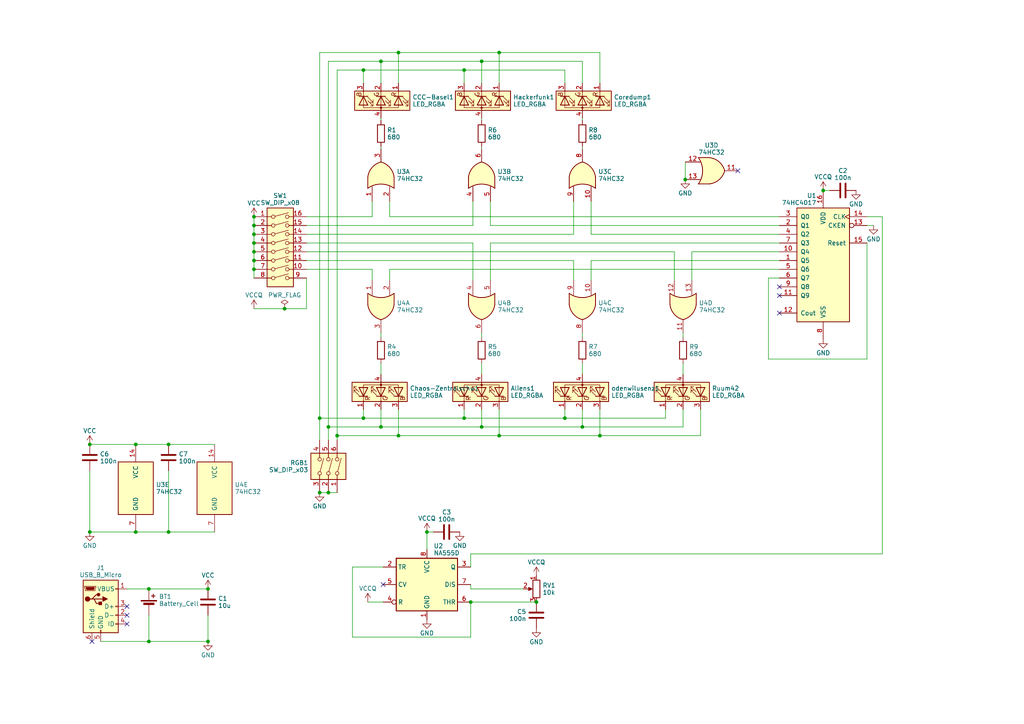
<source format=kicad_sch>
(kicad_sch (version 20230121) (generator eeschema)
  (paper "A4")
  (lib_symbols
    (symbol "4xxx:4017" (pin_names (offset 1.016))
      (property "Reference" "U" (at -7.62 16.51 0))
      (property "Value" "4017" (at -7.62 -19.05 0))
      (symbol "4017_1_0"
        (pin output line (at 12.7 0 180) (length 5.08) (name "Q5") (number "1"))
        (pin output line (at 12.7 2.54 180) (length 5.08) (name "Q4") (number "10"))
        (pin output line (at 12.7 -10.16 180) (length 5.08) (name "Q9") (number "11"))
        (pin output line (at 12.7 -15.24 180) (length 5.08) (name "Cout") (number "12"))
        (pin input inverted (at -12.7 10.16 0) (length 5.08) (name "CKEN") (number "13"))
        (pin input clock (at -12.7 12.7 0) (length 5.08) (name "CLK") (number "14"))
        (pin input line (at -12.7 5.08 0) (length 5.08) (name "Reset") (number "15"))
        (pin power_in line (at 0 20.32 270) (length 5.08) (name "VDD") (number "16"))
        (pin output line (at 12.7 10.16 180) (length 5.08) (name "Q1") (number "2"))
        (pin output line (at 12.7 12.7 180) (length 5.08) (name "Q0") (number "3"))
        (pin output line (at 12.7 7.62 180) (length 5.08) (name "Q2") (number "4"))
        (pin output line (at 12.7 -2.54 180) (length 5.08) (name "Q6") (number "5"))
        (pin output line (at 12.7 -5.08 180) (length 5.08) (name "Q7") (number "6"))
        (pin output line (at 12.7 5.08 180) (length 5.08) (name "Q3") (number "7"))
        (pin power_in line (at 0 -22.86 90) (length 5.08) (name "VSS") (number "8"))
        (pin output line (at 12.7 -7.62 180) (length 5.08) (name "Q8") (number "9"))
      )
      (symbol "4017_1_1"
        (rectangle (start -7.62 15.24) (end 7.62 -17.78) (stroke (width 0.254)) (fill (type background)))
      )
    )
    (symbol "74xx:74LS32" (pin_names (offset 1.016))
      (property "Reference" "U" (at 0 1.27 0))
      (property "Value" "74LS32" (at 0 -1.27 0))
      (symbol "74LS32_1_1"
        (arc (start -3.81 -3.81) (mid -2.589 0) (end -3.81 3.81) (stroke (width 0.254)))
        (arc (start -0.6096 -3.81) (mid 2.1842 -2.5851) (end 3.81 0) (stroke (width 0.254)) (fill (type background)))
        (polyline (pts (xy -3.81 -3.81) (xy -0.635 -3.81)) (stroke (width 0.254)) (fill (type background)))
        (polyline (pts (xy -3.81 3.81) (xy -0.635 3.81)) (stroke (width 0.254)) (fill (type background)))
        (polyline (pts (xy -0.635 3.81) (xy -3.81 3.81) (xy -3.81 3.81) (xy -3.556 3.4036) (xy -3.0226 2.2606) (xy -2.6924 1.0414) (xy -2.6162 -0.254) (xy -2.7686 -1.4986) (xy -3.175 -2.7178) (xy -3.81 -3.81) (xy -3.81 -3.81) (xy -0.635 -3.81)) (stroke (width -25.4)) (fill (type background)))
        (arc (start 3.81 0) (mid 2.1915 2.5936) (end -0.6096 3.81) (stroke (width 0.254)) (fill (type background)))
        (pin input line (at -7.62 2.54 0) (length 4.318) (name "~") (number "1"))
        (pin input line (at -7.62 -2.54 0) (length 4.318) (name "~") (number "2"))
        (pin output line (at 7.62 0 180) (length 3.81) (name "~") (number "3"))
      )
      (symbol "74LS32_1_2"
        (arc (start 0 -3.81) (mid 3.7934 0) (end 0 3.81) (stroke (width 0.254)) (fill (type background)))
        (polyline (pts (xy 0 3.81) (xy -3.81 3.81) (xy -3.81 -3.81) (xy 0 -3.81)) (stroke (width 0.254)) (fill (type background)))
        (pin input inverted (at -7.62 2.54 0) (length 3.81) (name "~") (number "1"))
        (pin input inverted (at -7.62 -2.54 0) (length 3.81) (name "~") (number "2"))
        (pin output inverted (at 7.62 0 180) (length 3.81) (name "~") (number "3"))
      )
      (symbol "74LS32_2_1"
        (arc (start -3.81 -3.81) (mid -2.589 0) (end -3.81 3.81) (stroke (width 0.254)))
        (arc (start -0.6096 -3.81) (mid 2.1842 -2.5851) (end 3.81 0) (stroke (width 0.254)) (fill (type background)))
        (polyline (pts (xy -3.81 -3.81) (xy -0.635 -3.81)) (stroke (width 0.254)) (fill (type background)))
        (polyline (pts (xy -3.81 3.81) (xy -0.635 3.81)) (stroke (width 0.254)) (fill (type background)))
        (polyline (pts (xy -0.635 3.81) (xy -3.81 3.81) (xy -3.81 3.81) (xy -3.556 3.4036) (xy -3.0226 2.2606) (xy -2.6924 1.0414) (xy -2.6162 -0.254) (xy -2.7686 -1.4986) (xy -3.175 -2.7178) (xy -3.81 -3.81) (xy -3.81 -3.81) (xy -0.635 -3.81)) (stroke (width -25.4)) (fill (type background)))
        (arc (start 3.81 0) (mid 2.1915 2.5936) (end -0.6096 3.81) (stroke (width 0.254)) (fill (type background)))
        (pin input line (at -7.62 2.54 0) (length 4.318) (name "~") (number "4"))
        (pin input line (at -7.62 -2.54 0) (length 4.318) (name "~") (number "5"))
        (pin output line (at 7.62 0 180) (length 3.81) (name "~") (number "6"))
      )
      (symbol "74LS32_2_2"
        (arc (start 0 -3.81) (mid 3.7934 0) (end 0 3.81) (stroke (width 0.254)) (fill (type background)))
        (polyline (pts (xy 0 3.81) (xy -3.81 3.81) (xy -3.81 -3.81) (xy 0 -3.81)) (stroke (width 0.254)) (fill (type background)))
        (pin input inverted (at -7.62 2.54 0) (length 3.81) (name "~") (number "4"))
        (pin input inverted (at -7.62 -2.54 0) (length 3.81) (name "~") (number "5"))
        (pin output inverted (at 7.62 0 180) (length 3.81) (name "~") (number "6"))
      )
      (symbol "74LS32_3_1"
        (arc (start -3.81 -3.81) (mid -2.589 0) (end -3.81 3.81) (stroke (width 0.254)))
        (arc (start -0.6096 -3.81) (mid 2.1842 -2.5851) (end 3.81 0) (stroke (width 0.254)) (fill (type background)))
        (polyline (pts (xy -3.81 -3.81) (xy -0.635 -3.81)) (stroke (width 0.254)) (fill (type background)))
        (polyline (pts (xy -3.81 3.81) (xy -0.635 3.81)) (stroke (width 0.254)) (fill (type background)))
        (polyline (pts (xy -0.635 3.81) (xy -3.81 3.81) (xy -3.81 3.81) (xy -3.556 3.4036) (xy -3.0226 2.2606) (xy -2.6924 1.0414) (xy -2.6162 -0.254) (xy -2.7686 -1.4986) (xy -3.175 -2.7178) (xy -3.81 -3.81) (xy -3.81 -3.81) (xy -0.635 -3.81)) (stroke (width -25.4)) (fill (type background)))
        (arc (start 3.81 0) (mid 2.1915 2.5936) (end -0.6096 3.81) (stroke (width 0.254)) (fill (type background)))
        (pin input line (at -7.62 -2.54 0) (length 4.318) (name "~") (number "10"))
        (pin output line (at 7.62 0 180) (length 3.81) (name "~") (number "8"))
        (pin input line (at -7.62 2.54 0) (length 4.318) (name "~") (number "9"))
      )
      (symbol "74LS32_3_2"
        (arc (start 0 -3.81) (mid 3.7934 0) (end 0 3.81) (stroke (width 0.254)) (fill (type background)))
        (polyline (pts (xy 0 3.81) (xy -3.81 3.81) (xy -3.81 -3.81) (xy 0 -3.81)) (stroke (width 0.254)) (fill (type background)))
        (pin input inverted (at -7.62 -2.54 0) (length 3.81) (name "~") (number "10"))
        (pin output inverted (at 7.62 0 180) (length 3.81) (name "~") (number "8"))
        (pin input inverted (at -7.62 2.54 0) (length 3.81) (name "~") (number "9"))
      )
      (symbol "74LS32_4_1"
        (arc (start -3.81 -3.81) (mid -2.589 0) (end -3.81 3.81) (stroke (width 0.254)))
        (arc (start -0.6096 -3.81) (mid 2.1842 -2.5851) (end 3.81 0) (stroke (width 0.254)) (fill (type background)))
        (polyline (pts (xy -3.81 -3.81) (xy -0.635 -3.81)) (stroke (width 0.254)) (fill (type background)))
        (polyline (pts (xy -3.81 3.81) (xy -0.635 3.81)) (stroke (width 0.254)) (fill (type background)))
        (polyline (pts (xy -0.635 3.81) (xy -3.81 3.81) (xy -3.81 3.81) (xy -3.556 3.4036) (xy -3.0226 2.2606) (xy -2.6924 1.0414) (xy -2.6162 -0.254) (xy -2.7686 -1.4986) (xy -3.175 -2.7178) (xy -3.81 -3.81) (xy -3.81 -3.81) (xy -0.635 -3.81)) (stroke (width -25.4)) (fill (type background)))
        (arc (start 3.81 0) (mid 2.1915 2.5936) (end -0.6096 3.81) (stroke (width 0.254)) (fill (type background)))
        (pin output line (at 7.62 0 180) (length 3.81) (name "~") (number "11"))
        (pin input line (at -7.62 2.54 0) (length 4.318) (name "~") (number "12"))
        (pin input line (at -7.62 -2.54 0) (length 4.318) (name "~") (number "13"))
      )
      (symbol "74LS32_4_2"
        (arc (start 0 -3.81) (mid 3.7934 0) (end 0 3.81) (stroke (width 0.254)) (fill (type background)))
        (polyline (pts (xy 0 3.81) (xy -3.81 3.81) (xy -3.81 -3.81) (xy 0 -3.81)) (stroke (width 0.254)) (fill (type background)))
        (pin output inverted (at 7.62 0 180) (length 3.81) (name "~") (number "11"))
        (pin input inverted (at -7.62 2.54 0) (length 3.81) (name "~") (number "12"))
        (pin input inverted (at -7.62 -2.54 0) (length 3.81) (name "~") (number "13"))
      )
      (symbol "74LS32_5_0"
        (pin power_in line (at 0 12.7 270) (length 5.08) (name "VCC") (number "14"))
        (pin power_in line (at 0 -12.7 90) (length 5.08) (name "GND") (number "7"))
      )
      (symbol "74LS32_5_1"
        (rectangle (start -5.08 7.62) (end 5.08 -7.62) (stroke (width 0.254)) (fill (type background)))
      )
    )
    (symbol "Connector:USB_B_Micro" (pin_names (offset 1.016))
      (property "Reference" "J" (at -5.08 11.43 0))
      (property "Value" "USB_B_Micro" (at -5.08 8.89 0))
      (symbol "USB_B_Micro_0_1"
        (rectangle (start -5.08 -7.62) (end 5.08 7.62) (stroke (width 0.254)) (fill (type background)))
        (circle (center -3.81 2.159) (radius 0.635) (stroke (width 0.254)) (fill (type outline)))
        (circle (center -0.635 3.429) (radius 0.381) (stroke (width 0.254)) (fill (type outline)))
        (rectangle (start -0.127 -7.62) (end 0.127 -6.858))
        (polyline (pts (xy -1.905 2.159) (xy 0.635 2.159)) (stroke (width 0.254)))
        (polyline (pts (xy -3.175 2.159) (xy -2.54 2.159) (xy -1.27 3.429) (xy -0.635 3.429)) (stroke (width 0.254)))
        (polyline (pts (xy -2.54 2.159) (xy -1.905 2.159) (xy -1.27 0.889) (xy 0 0.889)) (stroke (width 0.254)))
        (polyline (pts (xy 0.635 2.794) (xy 0.635 1.524) (xy 1.905 2.159) (xy 0.635 2.794)) (stroke (width 0.254)) (fill (type outline)))
        (polyline (pts (xy -4.318 5.588) (xy -1.778 5.588) (xy -2.032 4.826) (xy -4.064 4.826) (xy -4.318 5.588)) (fill (type outline)))
        (polyline (pts (xy -4.699 5.842) (xy -4.699 5.588) (xy -4.445 4.826) (xy -4.445 4.572) (xy -1.651 4.572) (xy -1.651 4.826) (xy -1.397 5.588) (xy -1.397 5.842) (xy -4.699 5.842)))
        (rectangle (start 0.254 1.27) (end -0.508 0.508) (stroke (width 0.254)) (fill (type outline)))
        (rectangle (start 5.08 -5.207) (end 4.318 -4.953))
        (rectangle (start 5.08 -2.667) (end 4.318 -2.413))
        (rectangle (start 5.08 -0.127) (end 4.318 0.127))
        (rectangle (start 5.08 4.953) (end 4.318 5.207))
      )
      (symbol "USB_B_Micro_1_1"
        (pin power_out line (at 7.62 5.08 180) (length 2.54) (name "VBUS") (number "1"))
        (pin bidirectional line (at 7.62 -2.54 180) (length 2.54) (name "D-") (number "2"))
        (pin bidirectional line (at 7.62 0 180) (length 2.54) (name "D+") (number "3"))
        (pin passive line (at 7.62 -5.08 180) (length 2.54) (name "ID") (number "4"))
        (pin power_out line (at 0 -10.16 90) (length 2.54) (name "GND") (number "5"))
        (pin passive line (at -2.54 -10.16 90) (length 2.54) (name "Shield") (number "6"))
      )
    )
    (symbol "Device:Battery_Cell" (pin_numbers hide) (pin_names (offset 0) hide)
      (property "Reference" "BT" (at 2.54 2.54 0))
      (property "Value" "Battery_Cell" (at 2.54 0 0))
      (symbol "Battery_Cell_0_1"
        (rectangle (start -2.286 1.778) (end 2.286 1.524) (fill (type outline)))
        (rectangle (start -1.524 1.016) (end 1.524 0.508) (fill (type outline)))
        (polyline (pts (xy 0 0.762) (xy 0 0)))
        (polyline (pts (xy 0 1.778) (xy 0 2.54)))
        (polyline (pts (xy 0.762 3.048) (xy 1.778 3.048)) (stroke (width 0.254)))
        (polyline (pts (xy 1.27 3.556) (xy 1.27 2.54)) (stroke (width 0.254)))
      )
      (symbol "Battery_Cell_1_1"
        (pin passive line (at 0 5.08 270) (length 2.54) (name "+") (number "1"))
        (pin passive line (at 0 -2.54 90) (length 2.54) (name "-") (number "2"))
      )
    )
    (symbol "Device:C" (pin_numbers hide) (pin_names (offset 0.254))
      (property "Reference" "C" (at 0.635 2.54 0))
      (property "Value" "C" (at 0.635 -2.54 0))
      (symbol "C_0_1"
        (polyline (pts (xy -2.032 -0.762) (xy 2.032 -0.762)) (stroke (width 0.508)))
        (polyline (pts (xy -2.032 0.762) (xy 2.032 0.762)) (stroke (width 0.508)))
      )
      (symbol "C_1_1"
        (pin passive line (at 0 3.81 270) (length 2.794) (name "~") (number "1"))
        (pin passive line (at 0 -3.81 90) (length 2.794) (name "~") (number "2"))
      )
    )
    (symbol "Device:LED_RGBA" (pin_names (offset 0) hide)
      (property "Reference" "D" (at 0 9.398 0))
      (property "Value" "LED_RGBA" (at 0 -8.89 0))
      (symbol "LED_RGBA_0_0"
        (text "B" (at -1.905 -6.35 0) (effects (font (size 1.27 1.27))))
        (text "G" (at -1.905 -1.27 0) (effects (font (size 1.27 1.27))))
        (text "R" (at -1.905 3.81 0) (effects (font (size 1.27 1.27))))
      )
      (symbol "LED_RGBA_0_1"
        (polyline (pts (xy -1.27 -5.08) (xy -2.54 -5.08)))
        (polyline (pts (xy -1.27 -5.08) (xy 1.27 -5.08)))
        (polyline (pts (xy -1.27 -3.81) (xy -1.27 -6.35)) (stroke (width 0.254)))
        (polyline (pts (xy -1.27 0) (xy -2.54 0)))
        (polyline (pts (xy -1.27 1.27) (xy -1.27 -1.27)) (stroke (width 0.254)))
        (polyline (pts (xy -1.27 5.08) (xy -2.54 5.08)))
        (polyline (pts (xy -1.27 5.08) (xy 1.27 5.08)))
        (polyline (pts (xy -1.27 6.35) (xy -1.27 3.81)) (stroke (width 0.254)))
        (polyline (pts (xy 1.27 0) (xy -1.27 0)))
        (polyline (pts (xy 1.27 0) (xy 2.54 0)))
        (polyline (pts (xy -1.27 1.27) (xy -1.27 -1.27) (xy -1.27 -1.27)))
        (polyline (pts (xy -1.27 6.35) (xy -1.27 3.81) (xy -1.27 3.81)))
        (polyline (pts (xy 1.27 -5.08) (xy 2.032 -5.08) (xy 2.032 5.08) (xy 1.27 5.08)))
        (polyline (pts (xy 1.27 -3.81) (xy 1.27 -6.35) (xy -1.27 -5.08) (xy 1.27 -3.81)) (stroke (width 0.254)))
        (polyline (pts (xy 1.27 1.27) (xy 1.27 -1.27) (xy -1.27 0) (xy 1.27 1.27)) (stroke (width 0.254)))
        (polyline (pts (xy 1.27 6.35) (xy 1.27 3.81) (xy -1.27 5.08) (xy 1.27 6.35)) (stroke (width 0.254)))
        (polyline (pts (xy -1.016 -3.81) (xy 0.508 -2.286) (xy -0.254 -2.286) (xy 0.508 -2.286) (xy 0.508 -3.048)))
        (polyline (pts (xy -1.016 1.27) (xy 0.508 2.794) (xy -0.254 2.794) (xy 0.508 2.794) (xy 0.508 2.032)))
        (polyline (pts (xy -1.016 6.35) (xy 0.508 7.874) (xy -0.254 7.874) (xy 0.508 7.874) (xy 0.508 7.112)))
        (polyline (pts (xy 0 -3.81) (xy 1.524 -2.286) (xy 0.762 -2.286) (xy 1.524 -2.286) (xy 1.524 -3.048)))
        (polyline (pts (xy 0 1.27) (xy 1.524 2.794) (xy 0.762 2.794) (xy 1.524 2.794) (xy 1.524 2.032)))
        (polyline (pts (xy 0 6.35) (xy 1.524 7.874) (xy 0.762 7.874) (xy 1.524 7.874) (xy 1.524 7.112)))
        (rectangle (start 1.27 -1.27) (end 1.27 1.27))
        (rectangle (start 1.27 1.27) (end 1.27 1.27))
        (rectangle (start 1.27 3.81) (end 1.27 6.35))
        (rectangle (start 1.27 6.35) (end 1.27 6.35))
        (circle (center 2.032 0) (radius 0.254) (fill (type outline)))
        (rectangle (start 2.794 8.382) (end -2.794 -7.62) (stroke (width 0.254)) (fill (type background)))
      )
      (symbol "LED_RGBA_1_1"
        (pin passive line (at -5.08 5.08 0) (length 2.54) (name "RK") (number "1"))
        (pin passive line (at -5.08 0 0) (length 2.54) (name "GK") (number "2"))
        (pin passive line (at -5.08 -5.08 0) (length 2.54) (name "BK") (number "3"))
        (pin passive line (at 5.08 0 180) (length 2.54) (name "A") (number "4"))
      )
    )
    (symbol "Device:R" (pin_numbers hide) (pin_names (offset 0))
      (property "Reference" "R" (at 2.032 0 90))
      (property "Value" "R" (at 0 0 90))
      (symbol "R_0_1"
        (rectangle (start -1.016 -2.54) (end 1.016 2.54) (stroke (width 0.254)))
      )
      (symbol "R_1_1"
        (pin passive line (at 0 3.81 270) (length 1.27) (name "~") (number "1"))
        (pin passive line (at 0 -3.81 90) (length 1.27) (name "~") (number "2"))
      )
    )
    (symbol "Device:R_Potentiometer" (pin_names (offset 1.016) hide)
      (property "Reference" "RV" (at -4.445 0 90))
      (property "Value" "R_Potentiometer" (at -2.54 0 90))
      (symbol "R_Potentiometer_0_1"
        (polyline (pts (xy 2.54 0) (xy 1.524 0)))
        (polyline (pts (xy 1.143 0) (xy 2.286 0.508) (xy 2.286 -0.508) (xy 1.143 0)) (fill (type outline)))
        (rectangle (start 1.016 2.54) (end -1.016 -2.54) (stroke (width 0.254)))
      )
      (symbol "R_Potentiometer_1_1"
        (pin passive line (at 0 3.81 270) (length 1.27) (name "1") (number "1"))
        (pin passive line (at 3.81 0 180) (length 1.27) (name "2") (number "2"))
        (pin passive line (at 0 -3.81 90) (length 1.27) (name "3") (number "3"))
      )
    )
    (symbol "Switch:SW_DIP_x03" (pin_names (offset 0) hide)
      (property "Reference" "SW" (at 0 8.89 0))
      (property "Value" "SW_DIP_x03" (at 0 -3.81 0))
      (symbol "SW_DIP_x03_0_0"
        (circle (center -2.032 0) (radius 0.508))
        (circle (center -2.032 2.54) (radius 0.508))
        (circle (center -2.032 5.08) (radius 0.508))
        (polyline (pts (xy -1.524 0.127) (xy 2.3622 1.1684)))
        (polyline (pts (xy -1.524 2.667) (xy 2.3622 3.7084)))
        (polyline (pts (xy -1.524 5.207) (xy 2.3622 6.2484)))
        (circle (center 2.032 0) (radius 0.508))
        (circle (center 2.032 2.54) (radius 0.508))
        (circle (center 2.032 5.08) (radius 0.508))
      )
      (symbol "SW_DIP_x03_0_1"
        (rectangle (start -3.81 7.62) (end 3.81 -2.54) (stroke (width 0.254)) (fill (type background)))
      )
      (symbol "SW_DIP_x03_1_1"
        (pin passive line (at -7.62 5.08 0) (length 5.08) (name "~") (number "1"))
        (pin passive line (at -7.62 2.54 0) (length 5.08) (name "~") (number "2"))
        (pin passive line (at -7.62 0 0) (length 5.08) (name "~") (number "3"))
        (pin passive line (at 7.62 0 180) (length 5.08) (name "~") (number "4"))
        (pin passive line (at 7.62 2.54 180) (length 5.08) (name "~") (number "5"))
        (pin passive line (at 7.62 5.08 180) (length 5.08) (name "~") (number "6"))
      )
    )
    (symbol "Switch:SW_DIP_x08" (pin_names (offset 0) hide)
      (property "Reference" "SW" (at 0 13.97 0))
      (property "Value" "SW_DIP_x08" (at 0 -11.43 0))
      (symbol "SW_DIP_x08_0_0"
        (circle (center -2.032 -7.62) (radius 0.508))
        (circle (center -2.032 -5.08) (radius 0.508))
        (circle (center -2.032 -2.54) (radius 0.508))
        (circle (center -2.032 0) (radius 0.508))
        (circle (center -2.032 2.54) (radius 0.508))
        (circle (center -2.032 5.08) (radius 0.508))
        (circle (center -2.032 7.62) (radius 0.508))
        (circle (center -2.032 10.16) (radius 0.508))
        (polyline (pts (xy -1.524 -7.4676) (xy 2.3622 -6.4262)))
        (polyline (pts (xy -1.524 -4.9276) (xy 2.3622 -3.8862)))
        (polyline (pts (xy -1.524 -2.3876) (xy 2.3622 -1.3462)))
        (polyline (pts (xy -1.524 0.127) (xy 2.3622 1.1684)))
        (polyline (pts (xy -1.524 2.667) (xy 2.3622 3.7084)))
        (polyline (pts (xy -1.524 5.207) (xy 2.3622 6.2484)))
        (polyline (pts (xy -1.524 7.747) (xy 2.3622 8.7884)))
        (polyline (pts (xy -1.524 10.287) (xy 2.3622 11.3284)))
        (circle (center 2.032 -7.62) (radius 0.508))
        (circle (center 2.032 -5.08) (radius 0.508))
        (circle (center 2.032 -2.54) (radius 0.508))
        (circle (center 2.032 0) (radius 0.508))
        (circle (center 2.032 2.54) (radius 0.508))
        (circle (center 2.032 5.08) (radius 0.508))
        (circle (center 2.032 7.62) (radius 0.508))
        (circle (center 2.032 10.16) (radius 0.508))
      )
      (symbol "SW_DIP_x08_0_1"
        (rectangle (start -3.81 12.7) (end 3.81 -10.16) (stroke (width 0.254)) (fill (type background)))
      )
      (symbol "SW_DIP_x08_1_1"
        (pin passive line (at -7.62 10.16 0) (length 5.08) (name "~") (number "1"))
        (pin passive line (at 7.62 -5.08 180) (length 5.08) (name "~") (number "10"))
        (pin passive line (at 7.62 -2.54 180) (length 5.08) (name "~") (number "11"))
        (pin passive line (at 7.62 0 180) (length 5.08) (name "~") (number "12"))
        (pin passive line (at 7.62 2.54 180) (length 5.08) (name "~") (number "13"))
        (pin passive line (at 7.62 5.08 180) (length 5.08) (name "~") (number "14"))
        (pin passive line (at 7.62 7.62 180) (length 5.08) (name "~") (number "15"))
        (pin passive line (at 7.62 10.16 180) (length 5.08) (name "~") (number "16"))
        (pin passive line (at -7.62 7.62 0) (length 5.08) (name "~") (number "2"))
        (pin passive line (at -7.62 5.08 0) (length 5.08) (name "~") (number "3"))
        (pin passive line (at -7.62 2.54 0) (length 5.08) (name "~") (number "4"))
        (pin passive line (at -7.62 0 0) (length 5.08) (name "~") (number "5"))
        (pin passive line (at -7.62 -2.54 0) (length 5.08) (name "~") (number "6"))
        (pin passive line (at -7.62 -5.08 0) (length 5.08) (name "~") (number "7"))
        (pin passive line (at -7.62 -7.62 0) (length 5.08) (name "~") (number "8"))
        (pin passive line (at 7.62 -7.62 180) (length 5.08) (name "~") (number "9"))
      )
    )
    (symbol "Timer:NA555D"
      (property "Reference" "U" (at -10.16 8.89 0))
      (property "Value" "NA555D" (at 2.54 8.89 0))
      (symbol "NA555D_0_0"
        (pin power_in line (at 0 -10.16 90) (length 2.54) (name "GND") (number "1"))
        (pin power_in line (at 0 10.16 270) (length 2.54) (name "VCC") (number "8"))
      )
      (symbol "NA555D_0_1"
        (rectangle (start -8.89 -7.62) (end 8.89 7.62) (stroke (width 0.254)) (fill (type background)))
        (rectangle (start -8.89 -7.62) (end 8.89 7.62) (stroke (width 0.254)) (fill (type background)))
      )
      (symbol "NA555D_1_1"
        (pin input line (at -12.7 5.08 0) (length 3.81) (name "TR") (number "2"))
        (pin output line (at 12.7 5.08 180) (length 3.81) (name "Q") (number "3"))
        (pin input inverted (at -12.7 -5.08 0) (length 3.81) (name "R") (number "4"))
        (pin input line (at -12.7 0 0) (length 3.81) (name "CV") (number "5"))
        (pin input line (at 12.7 -5.08 180) (length 3.81) (name "THR") (number "6"))
        (pin input line (at 12.7 0 180) (length 3.81) (name "DIS") (number "7"))
      )
    )
    (symbol "power:GND" (power) (pin_names (offset 0))
      (property "Value" "GND" (at 0 -3.81 0))
      (symbol "GND_0_1"
        (polyline (pts (xy 0 0) (xy 0 -1.27) (xy 1.27 -1.27) (xy 0 -2.54) (xy -1.27 -1.27) (xy 0 -1.27)))
      )
      (symbol "GND_1_1"
        (pin power_in line (at 0 0 270) (length 0) hide (name "GND") (number "1"))
      )
    )
    (symbol "power:PWR_FLAG" (power) (pin_numbers hide) (pin_names (offset 0) hide)
      (property "Value" "PWR_FLAG" (at 0 3.81 0))
      (symbol "PWR_FLAG_0_0"
        (pin power_out line (at 0 0 90) (length 0) (name "pwr") (number "1"))
      )
      (symbol "PWR_FLAG_0_1"
        (polyline (pts (xy 0 0) (xy 0 1.27) (xy -1.016 1.905) (xy 0 2.54) (xy 1.016 1.905) (xy 0 1.27)))
      )
    )
    (symbol "power:VCC" (power) (pin_names (offset 0))
      (property "Value" "VCC" (at 0 3.81 0))
      (symbol "VCC_0_1"
        (polyline (pts (xy -0.762 1.27) (xy 0 2.54)))
        (polyline (pts (xy 0 0) (xy 0 2.54)))
        (polyline (pts (xy 0 2.54) (xy 0.762 1.27)))
      )
      (symbol "VCC_1_1"
        (pin power_in line (at 0 0 90) (length 0) hide (name "VCC") (number "1"))
      )
    )
    (symbol "power:VCCQ" (power) (pin_names (offset 0))
      (property "Value" "VCCQ" (at 0 3.81 0))
      (symbol "VCCQ_0_1"
        (polyline (pts (xy -0.762 1.27) (xy 0 2.54)))
        (polyline (pts (xy 0 0) (xy 0 2.54)))
        (polyline (pts (xy 0 2.54) (xy 0.762 1.27)))
      )
      (symbol "VCCQ_1_1"
        (pin power_in line (at 0 0 90) (length 0) hide (name "VCCQ") (number "1"))
      )
    )
  )
  (junction (at 26.035 128.905))
  (junction (at 134.62 20.32))
  (junction (at 60.325 186.055))
  (junction (at 48.895 128.905))
  (junction (at 115.57 126.365))
  (junction (at 73.66 65.405))
  (junction (at 95.25 123.825))
  (junction (at 110.49 123.825))
  (junction (at 26.035 154.305))
  (junction (at 48.895 154.305))
  (junction (at 198.755 52.07))
  (junction (at 95.25 142.875))
  (junction (at 144.78 126.365))
  (junction (at 136.525 174.625))
  (junction (at 105.41 121.285))
  (junction (at 110.49 17.78))
  (junction (at 155.575 174.625))
  (junction (at 123.825 154.305))
  (junction (at 39.37 154.305))
  (junction (at 43.18 186.055))
  (junction (at 73.66 78.105))
  (junction (at 73.66 73.025))
  (junction (at 134.62 121.285))
  (junction (at 73.66 67.945))
  (junction (at 115.57 15.24))
  (junction (at 139.7 123.825))
  (junction (at 173.99 126.365))
  (junction (at 82.55 89.535))
  (junction (at 60.325 170.815))
  (junction (at 139.7 17.78))
  (junction (at 97.79 126.365))
  (junction (at 73.66 75.565))
  (junction (at 43.18 170.815))
  (junction (at 163.83 121.285))
  (junction (at 238.76 55.245))
  (junction (at 144.78 15.24))
  (junction (at 168.91 123.825))
  (junction (at 73.66 70.485))
  (junction (at 73.66 62.865))
  (junction (at 92.71 142.875))
  (junction (at 92.71 121.285))
  (junction (at 39.37 128.905))
  (junction (at 105.41 20.32))
  (no_connect (at 36.83 178.435))
  (no_connect (at 36.83 180.975))
  (no_connect (at 226.06 83.185))
  (no_connect (at 226.06 90.805))
  (no_connect (at 26.67 186.055))
  (no_connect (at 226.06 85.725))
  (no_connect (at 213.995 49.53))
  (no_connect (at 111.125 169.545))
  (no_connect (at 36.83 175.895))
  (wire (pts (xy 168.91 24.13) (xy 168.91 17.78)))
  (wire (pts (xy 255.905 160.655) (xy 136.525 160.655)))
  (wire (pts (xy 137.16 70.485) (xy 137.16 81.28)))
  (wire (pts (xy 168.91 17.78) (xy 139.7 17.78)))
  (wire (pts (xy 106.68 174.625) (xy 111.125 174.625)))
  (wire (pts (xy 198.12 97.79) (xy 198.12 96.52)))
  (wire (pts (xy 73.66 67.945) (xy 73.66 70.485)))
  (wire (pts (xy 110.49 108.585) (xy 110.49 105.41)))
  (wire (pts (xy 43.18 178.435) (xy 43.18 186.055)))
  (wire (pts (xy 92.71 121.285) (xy 92.71 127.635)))
  (wire (pts (xy 168.91 42.545) (xy 168.91 43.18)))
  (wire (pts (xy 43.18 186.055) (xy 60.325 186.055)))
  (wire (pts (xy 92.71 15.24) (xy 92.71 121.285)))
  (wire (pts (xy 193.04 121.285) (xy 163.83 121.285)))
  (wire (pts (xy 251.46 104.14) (xy 222.885 104.14)))
  (wire (pts (xy 60.325 186.055) (xy 60.325 178.435)))
  (wire (pts (xy 73.66 75.565) (xy 73.66 78.105)))
  (wire (pts (xy 168.91 108.585) (xy 168.91 105.41)))
  (wire (pts (xy 142.24 65.405) (xy 226.06 65.405)))
  (wire (pts (xy 203.2 118.745) (xy 203.2 126.365)))
  (wire (pts (xy 73.66 62.865) (xy 73.66 65.405)))
  (wire (pts (xy 36.83 170.815) (xy 43.18 170.815)))
  (wire (pts (xy 82.55 89.535) (xy 88.9 89.535)))
  (wire (pts (xy 168.91 97.79) (xy 168.91 96.52)))
  (wire (pts (xy 203.2 126.365) (xy 173.99 126.365)))
  (wire (pts (xy 113.03 62.865) (xy 226.06 62.865)))
  (wire (pts (xy 48.895 154.305) (xy 62.23 154.305)))
  (wire (pts (xy 110.49 42.545) (xy 110.49 43.18)))
  (wire (pts (xy 29.21 186.055) (xy 43.18 186.055)))
  (wire (pts (xy 134.62 20.32) (xy 134.62 24.13)))
  (wire (pts (xy 26.035 136.525) (xy 26.035 154.305)))
  (wire (pts (xy 173.99 118.745) (xy 173.99 126.365)))
  (wire (pts (xy 136.525 169.545) (xy 136.525 170.815)))
  (wire (pts (xy 39.37 128.905) (xy 48.895 128.905)))
  (wire (pts (xy 107.95 58.42) (xy 107.95 62.865)))
  (wire (pts (xy 251.46 65.405) (xy 253.365 65.405)))
  (wire (pts (xy 168.91 34.29) (xy 168.91 34.925)))
  (wire (pts (xy 222.885 80.645) (xy 226.06 80.645)))
  (wire (pts (xy 43.18 170.815) (xy 60.325 170.815)))
  (wire (pts (xy 111.125 164.465) (xy 102.235 164.465)))
  (wire (pts (xy 73.66 70.485) (xy 73.66 73.025)))
  (wire (pts (xy 144.78 15.24) (xy 144.78 24.13)))
  (wire (pts (xy 105.41 20.32) (xy 105.41 24.13)))
  (wire (pts (xy 171.45 75.565) (xy 171.45 81.28)))
  (wire (pts (xy 137.16 58.42) (xy 137.16 65.405)))
  (wire (pts (xy 110.49 17.78) (xy 110.49 24.13)))
  (wire (pts (xy 139.7 34.29) (xy 139.7 34.925)))
  (wire (pts (xy 198.12 123.825) (xy 168.91 123.825)))
  (wire (pts (xy 163.83 121.285) (xy 134.62 121.285)))
  (wire (pts (xy 88.9 65.405) (xy 137.16 65.405)))
  (wire (pts (xy 139.7 108.585) (xy 139.7 105.41)))
  (wire (pts (xy 73.66 89.535) (xy 82.55 89.535)))
  (wire (pts (xy 200.66 73.025) (xy 226.06 73.025)))
  (wire (pts (xy 73.66 78.105) (xy 73.66 80.645)))
  (wire (pts (xy 171.45 58.42) (xy 171.45 67.945)))
  (wire (pts (xy 163.83 20.32) (xy 134.62 20.32)))
  (wire (pts (xy 139.7 123.825) (xy 110.49 123.825)))
  (wire (pts (xy 26.035 128.905) (xy 39.37 128.905)))
  (wire (pts (xy 107.95 78.105) (xy 107.95 81.28)))
  (wire (pts (xy 39.37 154.305) (xy 48.895 154.305)))
  (wire (pts (xy 110.49 17.78) (xy 95.25 17.78)))
  (wire (pts (xy 139.7 17.78) (xy 139.7 24.13)))
  (wire (pts (xy 88.9 73.025) (xy 195.58 73.025)))
  (wire (pts (xy 173.99 24.13) (xy 173.99 15.24)))
  (wire (pts (xy 166.37 75.565) (xy 166.37 81.28)))
  (wire (pts (xy 198.12 108.585) (xy 198.12 105.41)))
  (wire (pts (xy 238.76 55.245) (xy 240.665 55.245)))
  (wire (pts (xy 134.62 20.32) (xy 105.41 20.32)))
  (wire (pts (xy 226.06 67.945) (xy 171.45 67.945)))
  (wire (pts (xy 115.57 15.24) (xy 92.71 15.24)))
  (wire (pts (xy 88.9 67.945) (xy 166.37 67.945)))
  (wire (pts (xy 134.62 121.285) (xy 105.41 121.285)))
  (wire (pts (xy 195.58 73.025) (xy 195.58 81.28)))
  (wire (pts (xy 139.7 42.545) (xy 139.7 43.18)))
  (wire (pts (xy 193.04 118.745) (xy 193.04 121.285)))
  (wire (pts (xy 88.9 62.865) (xy 107.95 62.865)))
  (wire (pts (xy 171.45 75.565) (xy 226.06 75.565)))
  (wire (pts (xy 88.9 89.535) (xy 88.9 80.645)))
  (wire (pts (xy 48.895 136.525) (xy 48.895 154.305)))
  (wire (pts (xy 255.905 62.865) (xy 255.905 160.655)))
  (wire (pts (xy 139.7 118.745) (xy 139.7 123.825)))
  (wire (pts (xy 97.79 126.365) (xy 97.79 127.635)))
  (wire (pts (xy 110.49 34.29) (xy 110.49 34.925)))
  (wire (pts (xy 105.41 20.32) (xy 97.79 20.32)))
  (wire (pts (xy 102.235 164.465) (xy 102.235 184.785)))
  (wire (pts (xy 163.83 24.13) (xy 163.83 20.32)))
  (wire (pts (xy 102.235 184.785) (xy 136.525 184.785)))
  (wire (pts (xy 113.03 58.42) (xy 113.03 62.865)))
  (wire (pts (xy 136.525 160.655) (xy 136.525 164.465)))
  (wire (pts (xy 251.46 70.485) (xy 251.46 104.14)))
  (wire (pts (xy 105.41 121.285) (xy 92.71 121.285)))
  (wire (pts (xy 110.49 118.745) (xy 110.49 123.825)))
  (wire (pts (xy 144.78 118.745) (xy 144.78 126.365)))
  (wire (pts (xy 95.25 142.875) (xy 97.79 142.875)))
  (wire (pts (xy 73.66 73.025) (xy 73.66 75.565)))
  (wire (pts (xy 110.49 123.825) (xy 95.25 123.825)))
  (wire (pts (xy 222.885 104.14) (xy 222.885 80.645)))
  (wire (pts (xy 134.62 118.745) (xy 134.62 121.285)))
  (wire (pts (xy 168.91 118.745) (xy 168.91 123.825)))
  (wire (pts (xy 95.25 123.825) (xy 95.25 127.635)))
  (wire (pts (xy 123.825 154.305) (xy 125.73 154.305)))
  (wire (pts (xy 163.83 118.745) (xy 163.83 121.285)))
  (wire (pts (xy 168.91 123.825) (xy 139.7 123.825)))
  (wire (pts (xy 166.37 58.42) (xy 166.37 67.945)))
  (wire (pts (xy 139.7 97.79) (xy 139.7 96.52)))
  (wire (pts (xy 88.9 75.565) (xy 166.37 75.565)))
  (wire (pts (xy 26.035 154.305) (xy 39.37 154.305)))
  (wire (pts (xy 144.78 15.24) (xy 115.57 15.24)))
  (wire (pts (xy 88.9 78.105) (xy 107.95 78.105)))
  (wire (pts (xy 73.66 65.405) (xy 73.66 67.945)))
  (wire (pts (xy 136.525 174.625) (xy 155.575 174.625)))
  (wire (pts (xy 95.25 17.78) (xy 95.25 123.825)))
  (wire (pts (xy 92.71 142.875) (xy 95.25 142.875)))
  (wire (pts (xy 115.57 118.745) (xy 115.57 126.365)))
  (wire (pts (xy 142.24 58.42) (xy 142.24 65.405)))
  (wire (pts (xy 144.78 126.365) (xy 115.57 126.365)))
  (wire (pts (xy 198.755 46.99) (xy 198.755 52.07)))
  (wire (pts (xy 200.66 73.025) (xy 200.66 81.28)))
  (wire (pts (xy 113.03 78.105) (xy 113.03 81.28)))
  (wire (pts (xy 136.525 184.785) (xy 136.525 174.625)))
  (wire (pts (xy 198.12 118.745) (xy 198.12 123.825)))
  (wire (pts (xy 113.03 78.105) (xy 226.06 78.105)))
  (wire (pts (xy 97.79 20.32) (xy 97.79 126.365)))
  (wire (pts (xy 142.24 70.485) (xy 226.06 70.485)))
  (wire (pts (xy 115.57 15.24) (xy 115.57 24.13)))
  (wire (pts (xy 88.9 70.485) (xy 137.16 70.485)))
  (wire (pts (xy 173.99 15.24) (xy 144.78 15.24)))
  (wire (pts (xy 48.895 128.905) (xy 62.23 128.905)))
  (wire (pts (xy 136.525 170.815) (xy 151.765 170.815)))
  (wire (pts (xy 142.24 70.485) (xy 142.24 81.28)))
  (wire (pts (xy 123.825 154.305) (xy 123.825 159.385)))
  (wire (pts (xy 139.7 17.78) (xy 110.49 17.78)))
  (wire (pts (xy 251.46 62.865) (xy 255.905 62.865)))
  (wire (pts (xy 115.57 126.365) (xy 97.79 126.365)))
  (wire (pts (xy 105.41 118.745) (xy 105.41 121.285)))
  (wire (pts (xy 110.49 97.79) (xy 110.49 96.52)))
  (wire (pts (xy 173.99 126.365) (xy 144.78 126.365)))
  (symbol (lib_id "Switch:SW_DIP_x08") (at 81.28 73.025 0) (unit 1)
    (property "Reference" "SW1" (at 81.28 56.745 0))
    (property "Value" "SW_DIP_x08" (at 81.28 58.793 0))
    (property "Footprint" "Button_Switch_SMD:SW_DIP_SPSTx08_Slide_6.7x21.88mm_W8.61mm_P2.54mm_LowProfile" (effects hide))
  )
  (symbol (lib_id "power:VCC") (at 26.035 128.905 0) (unit 1)
    (property "Reference" "#PWR021" (effects hide))
    (property "Value" "VCC" (at 26.035 124.96 0))
  )
  (symbol (lib_id "power:VCCQ") (at 155.575 167.005 0) (unit 1)
    (property "Reference" "#PWR024" (effects hide))
    (property "Value" "VCCQ" (at 155.575 163.06 0))
  )
  (symbol (lib_id "Device:C") (at 244.475 55.245 90) (unit 1)
    (property "Reference" "C2" (at 244.475 49.506 90))
    (property "Value" "100n" (at 244.475 51.554 90))
    (property "Footprint" "Capacitor_SMD:C_0805_2012Metric" (effects hide))
  )
  (symbol (lib_id "power:VCCQ") (at 238.76 55.245 0) (unit 1)
    (property "Reference" "#PWR016" (effects hide))
    (property "Value" "VCCQ" (at 238.76 51.3 0))
  )
  (symbol (lib_id "Device:C") (at 48.895 132.715 0) (unit 1)
    (property "Reference" "C7" (at 51.816 131.691 0) (effects (justify left)))
    (property "Value" "100n" (at 51.816 133.739 0) (effects (justify left)))
    (property "Footprint" "Capacitor_SMD:C_0805_2012Metric" (effects hide))
  )
  (symbol (lib_id "Device:LED_RGBA") (at 168.91 29.21 270) (unit 1)
    (property "Reference" "Coredump1" (at 178.054 28.186 90) (effects (justify left)))
    (property "Value" "LED_RGBA" (at 178.054 30.234 90) (effects (justify left)))
    (property "Footprint" "LED_SMD:LED_RGB_1210" (effects hide))
  )
  (symbol (lib_id "74xx:74LS32") (at 198.12 88.9 90) (mirror x) (unit 4)
    (property "Reference" "U4" (at 202.692 87.876 90) (effects (justify right)))
    (property "Value" "74HC32" (at 202.692 89.924 90) (effects (justify right)))
    (property "Footprint" "Package_SO:SOIC-14_3.9x8.7mm_P1.27mm" (effects hide))
    (property "Datasheet" "http://www.ti.com/lit/gpn/sn74LS32" (effects hide))
  )
  (symbol (lib_id "Device:R") (at 139.7 101.6 0) (unit 1)
    (property "Reference" "R5" (at 141.478 100.576 0) (effects (justify left)))
    (property "Value" "680" (at 141.478 102.624 0) (effects (justify left)))
    (property "Footprint" "Resistor_SMD:R_0805_2012Metric" (effects hide))
  )
  (symbol (lib_id "Device:R_Potentiometer") (at 155.575 170.815 0) (mirror y) (unit 1)
    (property "Reference" "RV1" (at 157.3529 169.791 0) (effects (justify right)))
    (property "Value" "10k" (at 157.3529 171.839 0) (effects (justify right)))
    (property "Footprint" "Potentiometer_SMD:Potentiometer_Bourns_3214W_Vertical" (effects hide))
  )
  (symbol (lib_id "power:VCCQ") (at 123.825 154.305 0) (unit 1)
    (property "Reference" "#PWR06" (effects hide))
    (property "Value" "VCCQ" (at 123.825 150.36 0))
  )
  (symbol (lib_id "Device:R") (at 139.7 38.735 0) (unit 1)
    (property "Reference" "R6" (at 141.478 37.711 0) (effects (justify left)))
    (property "Value" "680" (at 141.478 39.759 0) (effects (justify left)))
    (property "Footprint" "Resistor_SMD:R_0805_2012Metric" (effects hide))
  )
  (symbol (lib_id "power:GND") (at 92.71 142.875 0) (unit 1)
    (property "Reference" "#PWR015" (effects hide))
    (property "Value" "GND" (at 92.71 146.82 0))
  )
  (symbol (lib_id "74xx:74LS32") (at 62.23 141.605 0) (unit 5)
    (property "Reference" "U4" (at 68.072 140.581 0) (effects (justify left)))
    (property "Value" "74HC32" (at 68.072 142.629 0) (effects (justify left)))
    (property "Footprint" "Package_SO:SOIC-14_3.9x8.7mm_P1.27mm" (effects hide))
    (property "Datasheet" "http://www.ti.com/lit/gpn/sn74LS32" (effects hide))
  )
  (symbol (lib_id "power:GND") (at 133.35 154.305 0) (mirror y) (unit 1)
    (property "Reference" "#PWR012" (effects hide))
    (property "Value" "GND" (at 133.35 158.25 0))
  )
  (symbol (lib_id "Device:R") (at 168.91 38.735 0) (unit 1)
    (property "Reference" "R8" (at 170.688 37.711 0) (effects (justify left)))
    (property "Value" "680" (at 170.688 39.759 0) (effects (justify left)))
    (property "Footprint" "Resistor_SMD:R_0805_2012Metric" (effects hide))
  )
  (symbol (lib_id "power:GND") (at 253.365 65.405 0) (mirror y) (unit 1)
    (property "Reference" "#PWR023" (effects hide))
    (property "Value" "GND" (at 253.365 69.35 0))
  )
  (symbol (lib_id "power:GND") (at 248.285 55.245 0) (mirror y) (unit 1)
    (property "Reference" "#PWR03" (effects hide))
    (property "Value" "GND" (at 248.285 59.19 0))
  )
  (symbol (lib_id "Timer:NA555D") (at 123.825 169.545 0) (unit 1)
    (property "Reference" "U2" (at 125.7809 158.345 0) (effects (justify left)))
    (property "Value" "NA555D" (at 125.7809 160.393 0) (effects (justify left)))
    (property "Footprint" "Package_SO:SOIC-8_3.9x4.9mm_P1.27mm" (effects hide))
    (property "Datasheet" "http://www.ti.com/lit/ds/symlink/ne555.pdf" (effects hide))
  )
  (symbol (lib_id "Device:C") (at 129.54 154.305 90) (unit 1)
    (property "Reference" "C3" (at 129.54 148.566 90))
    (property "Value" "100n" (at 129.54 150.614 90))
    (property "Footprint" "Capacitor_SMD:C_0805_2012Metric" (effects hide))
  )
  (symbol (lib_id "Device:R") (at 168.91 101.6 0) (unit 1)
    (property "Reference" "R7" (at 170.688 100.576 0) (effects (justify left)))
    (property "Value" "680" (at 170.688 102.624 0) (effects (justify left)))
    (property "Footprint" "Resistor_SMD:R_0805_2012Metric" (effects hide))
  )
  (symbol (lib_id "Connector:USB_B_Micro") (at 29.21 175.895 0) (unit 1)
    (property "Reference" "J1" (at 29.21 164.695 0))
    (property "Value" "USB_B_Micro" (at 29.21 166.743 0))
    (property "Footprint" "Connector_USB:USB_Micro-B_Wuerth_629105150521" (effects hide))
  )
  (symbol (lib_id "Device:Battery_Cell") (at 43.18 175.895 0) (unit 1)
    (property "Reference" "BT1" (at 46.101 173.0295 0) (effects (justify left)))
    (property "Value" "Battery_Cell" (at 46.101 175.0775 0) (effects (justify left)))
    (property "Footprint" "Battery:BatteryHolder_Keystone_1057_1x2032" (effects hide))
  )
  (symbol (lib_id "74xx:74LS32") (at 168.91 88.9 90) (mirror x) (unit 3)
    (property "Reference" "U4" (at 173.482 87.876 90) (effects (justify right)))
    (property "Value" "74HC32" (at 173.482 89.924 90) (effects (justify right)))
    (property "Footprint" "Package_SO:SOIC-14_3.9x8.7mm_P1.27mm" (effects hide))
    (property "Datasheet" "http://www.ti.com/lit/gpn/sn74LS32" (effects hide))
  )
  (symbol (lib_id "Device:R") (at 198.12 101.6 0) (unit 1)
    (property "Reference" "R9" (at 199.898 100.576 0) (effects (justify left)))
    (property "Value" "680" (at 199.898 102.624 0) (effects (justify left)))
    (property "Footprint" "Resistor_SMD:R_0805_2012Metric" (effects hide))
  )
  (symbol (lib_id "power:GND") (at 238.76 98.425 0) (mirror y) (unit 1)
    (property "Reference" "#PWR01" (effects hide))
    (property "Value" "GND" (at 238.76 102.37 0))
  )
  (symbol (lib_id "74xx:74LS32") (at 168.91 50.8 90) (unit 3)
    (property "Reference" "U3" (at 173.482 49.776 90) (effects (justify right)))
    (property "Value" "74HC32" (at 173.482 51.824 90) (effects (justify right)))
    (property "Footprint" "Package_SO:SOIC-14_3.9x8.7mm_P1.27mm" (effects hide))
    (property "Datasheet" "http://www.ti.com/lit/gpn/sn74LS32" (effects hide))
  )
  (symbol (lib_id "power:GND") (at 123.825 179.705 0) (unit 1)
    (property "Reference" "#PWR07" (effects hide))
    (property "Value" "GND" (at 123.825 183.65 0))
  )
  (symbol (lib_id "Device:C") (at 60.325 174.625 0) (unit 1)
    (property "Reference" "C1" (at 63.246 173.601 0) (effects (justify left)))
    (property "Value" "10u" (at 63.246 175.649 0) (effects (justify left)))
    (property "Footprint" "Capacitor_SMD:C_0805_2012Metric" (effects hide))
  )
  (symbol (lib_id "power:GND") (at 198.755 52.07 0) (mirror y) (unit 1)
    (property "Reference" "#PWR08" (effects hide))
    (property "Value" "GND" (at 198.755 56.015 0))
  )
  (symbol (lib_id "Device:LED_RGBA") (at 198.12 113.665 90) (unit 1)
    (property "Reference" "Ruum42" (at 206.502 112.641 90) (effects (justify right)))
    (property "Value" "LED_RGBA" (at 206.502 114.689 90) (effects (justify right)))
    (property "Footprint" "LED_SMD:LED_RGB_1210" (effects hide))
  )
  (symbol (lib_id "power:GND") (at 26.035 154.305 0) (unit 1)
    (property "Reference" "#PWR020" (effects hide))
    (property "Value" "GND" (at 26.035 158.25 0))
  )
  (symbol (lib_id "power:VCCQ") (at 106.68 174.625 0) (unit 1)
    (property "Reference" "#PWR017" (effects hide))
    (property "Value" "VCCQ" (at 106.68 170.68 0))
  )
  (symbol (lib_id "Switch:SW_DIP_x03") (at 92.71 135.255 270) (mirror x) (unit 1)
    (property "Reference" "RGB1" (at 89.408 134.231 90) (effects (justify right)))
    (property "Value" "SW_DIP_x03" (at 89.408 136.279 90) (effects (justify right)))
    (property "Footprint" "Button_Switch_SMD:SW_DIP_SPSTx03_Slide_6.7x9.18mm_W8.61mm_P2.54mm_LowProfile" (effects hide))
  )
  (symbol (lib_id "Device:R") (at 110.49 38.735 0) (unit 1)
    (property "Reference" "R1" (at 112.268 37.711 0) (effects (justify left)))
    (property "Value" "680" (at 112.268 39.759 0) (effects (justify left)))
    (property "Footprint" "Resistor_SMD:R_0805_2012Metric" (effects hide))
  )
  (symbol (lib_id "Device:LED_RGBA") (at 139.7 113.665 90) (unit 1)
    (property "Reference" "Aliens1" (at 148.082 112.641 90) (effects (justify right)))
    (property "Value" "LED_RGBA" (at 148.082 114.689 90) (effects (justify right)))
    (property "Footprint" "LED_SMD:LED_RGB_1210" (effects hide))
  )
  (symbol (lib_id "74xx:74LS32") (at 39.37 141.605 0) (unit 5)
    (property "Reference" "U3" (at 45.212 140.581 0) (effects (justify left)))
    (property "Value" "74HC32" (at 45.212 142.629 0) (effects (justify left)))
    (property "Footprint" "Package_SO:SOIC-14_3.9x8.7mm_P1.27mm" (effects hide))
    (property "Datasheet" "http://www.ti.com/lit/gpn/sn74LS32" (effects hide))
  )
  (symbol (lib_id "74xx:74LS32") (at 206.375 49.53 0) (unit 4)
    (property "Reference" "U3" (at 206.375 42.14 0))
    (property "Value" "74HC32" (at 206.375 44.188 0))
    (property "Footprint" "Package_SO:SOIC-14_3.9x8.7mm_P1.27mm" (effects hide))
    (property "Datasheet" "http://www.ti.com/lit/gpn/sn74LS32" (effects hide))
  )
  (symbol (lib_id "74xx:74LS32") (at 110.49 88.9 90) (mirror x) (unit 1)
    (property "Reference" "U4" (at 115.062 87.876 90) (effects (justify right)))
    (property "Value" "74HC32" (at 115.062 89.924 90) (effects (justify right)))
    (property "Footprint" "Package_SO:SOIC-14_3.9x8.7mm_P1.27mm" (effects hide))
    (property "Datasheet" "http://www.ti.com/lit/gpn/sn74LS32" (effects hide))
  )
  (symbol (lib_id "power:VCC") (at 73.66 62.865 0) (unit 1)
    (property "Reference" "#PWR013" (effects hide))
    (property "Value" "VCC" (at 73.66 58.92 0))
  )
  (symbol (lib_id "Device:LED_RGBA") (at 139.7 29.21 270) (unit 1)
    (property "Reference" "Hackerfunk1" (at 148.844 28.186 90) (effects (justify left)))
    (property "Value" "LED_RGBA" (at 148.844 30.234 90) (effects (justify left)))
    (property "Footprint" "LED_SMD:LED_RGB_1210" (effects hide))
  )
  (symbol (lib_id "Device:C") (at 26.035 132.715 0) (unit 1)
    (property "Reference" "C6" (at 28.956 131.691 0) (effects (justify left)))
    (property "Value" "100n" (at 28.956 133.739 0) (effects (justify left)))
    (property "Footprint" "Capacitor_SMD:C_0805_2012Metric" (effects hide))
  )
  (symbol (lib_id "power:GND") (at 155.575 182.245 0) (mirror y) (unit 1)
    (property "Reference" "#PWR018" (effects hide))
    (property "Value" "GND" (at 155.575 186.19 0))
  )
  (symbol (lib_id "74xx:74LS32") (at 110.49 50.8 90) (unit 1)
    (property "Reference" "U3" (at 115.062 49.776 90) (effects (justify right)))
    (property "Value" "74HC32" (at 115.062 51.824 90) (effects (justify right)))
    (property "Footprint" "Package_SO:SOIC-14_3.9x8.7mm_P1.27mm" (effects hide))
    (property "Datasheet" "http://www.ti.com/lit/gpn/sn74LS32" (effects hide))
  )
  (symbol (lib_id "power:PWR_FLAG") (at 82.55 89.535 0) (unit 1)
    (property "Reference" "#FLG03" (effects hide))
    (property "Value" "PWR_FLAG" (at 82.55 85.59 0))
  )
  (symbol (lib_id "Device:LED_RGBA") (at 110.49 29.21 270) (unit 1)
    (property "Reference" "CCC-Basel1" (at 119.634 28.186 90) (effects (justify left)))
    (property "Value" "LED_RGBA" (at 119.634 30.234 90) (effects (justify left)))
    (property "Footprint" "LED_SMD:LED_RGB_1210" (effects hide))
  )
  (symbol (lib_id "power:VCCQ") (at 73.66 89.535 0) (unit 1)
    (property "Reference" "#PWR014" (effects hide))
    (property "Value" "VCCQ" (at 73.66 85.59 0))
  )
  (symbol (lib_id "power:GND") (at 60.325 186.055 0) (unit 1)
    (property "Reference" "#PWR04" (effects hide))
    (property "Value" "GND" (at 60.325 190 0))
  )
  (symbol (lib_id "power:VCC") (at 60.325 170.815 0) (unit 1)
    (property "Reference" "#PWR02" (effects hide))
    (property "Value" "VCC" (at 60.325 166.87 0))
  )
  (symbol (lib_id "Device:R") (at 110.49 101.6 0) (unit 1)
    (property "Reference" "R4" (at 112.268 100.576 0) (effects (justify left)))
    (property "Value" "680" (at 112.268 102.624 0) (effects (justify left)))
    (property "Footprint" "Resistor_SMD:R_0805_2012Metric" (effects hide))
  )
  (symbol (lib_id "74xx:74LS32") (at 139.7 88.9 90) (mirror x) (unit 2)
    (property "Reference" "U4" (at 144.272 87.876 90) (effects (justify right)))
    (property "Value" "74HC32" (at 144.272 89.924 90) (effects (justify right)))
    (property "Footprint" "Package_SO:SOIC-14_3.9x8.7mm_P1.27mm" (effects hide))
    (property "Datasheet" "http://www.ti.com/lit/gpn/sn74LS32" (effects hide))
  )
  (symbol (lib_id "Device:LED_RGBA") (at 168.91 113.665 90) (unit 1)
    (property "Reference" "odenwilusenz1" (at 177.292 112.641 90) (effects (justify right)))
    (property "Value" "LED_RGBA" (at 177.292 114.689 90) (effects (justify right)))
    (property "Footprint" "LED_SMD:LED_RGB_1210" (effects hide))
  )
  (symbol (lib_id "Device:LED_RGBA") (at 110.49 113.665 90) (unit 1)
    (property "Reference" "Chaos-Zentralschw1" (at 118.872 112.641 90) (effects (justify right)))
    (property "Value" "LED_RGBA" (at 118.872 114.689 90) (effects (justify right)))
    (property "Footprint" "LED_SMD:LED_RGB_1210" (effects hide))
  )
  (symbol (lib_id "4xxx:4017") (at 238.76 75.565 0) (mirror y) (unit 1)
    (property "Reference" "U1" (at 236.8041 56.745 0) (effects (justify left)))
    (property "Value" "74HC4017" (at 236.8041 58.793 0) (effects (justify left)))
    (property "Footprint" "Package_SO:SOIC-16_3.9x9.9mm_P1.27mm" (effects hide))
    (property "Datasheet" "http://www.intersil.com/content/dam/Intersil/documents/cd40/cd4017bms-22bms.pdf" (effects hide))
  )
  (symbol (lib_id "74xx:74LS32") (at 139.7 50.8 90) (unit 2)
    (property "Reference" "U3" (at 144.272 49.776 90) (effects (justify right)))
    (property "Value" "74HC32" (at 144.272 51.824 90) (effects (justify right)))
    (property "Footprint" "Package_SO:SOIC-14_3.9x8.7mm_P1.27mm" (effects hide))
    (property "Datasheet" "http://www.ti.com/lit/gpn/sn74LS32" (effects hide))
  )
  (symbol (lib_id "Device:C") (at 155.575 178.435 0) (mirror y) (unit 1)
    (property "Reference" "C5" (at 152.654 177.411 0) (effects (justify left)))
    (property "Value" "100n" (at 152.654 179.459 0) (effects (justify left)))
    (property "Footprint" "Capacitor_SMD:C_0805_2012Metric" (effects hide))
  )
)
</source>
